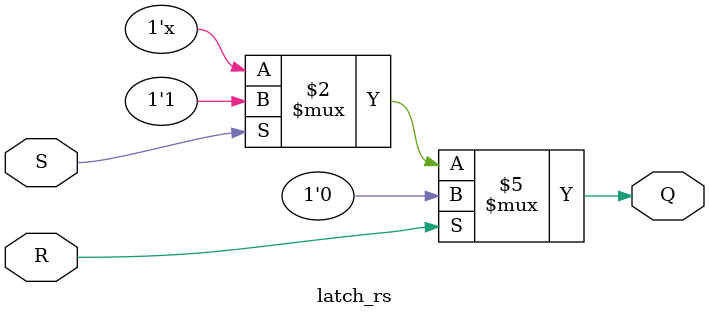
<source format=v>
module latch_rs(
	input R, S, 
	output reg Q);

  always @(R or S) begin
    if (R)
      Q <= 0;
    else if (S)
      Q <= 1;
  end
endmodule

</source>
